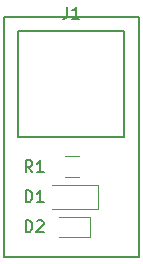
<source format=gbr>
G04 #@! TF.FileFunction,Legend,Top*
%FSLAX46Y46*%
G04 Gerber Fmt 4.6, Leading zero omitted, Abs format (unit mm)*
G04 Created by KiCad (PCBNEW 4.0.6-e0-6349~53~ubuntu16.04.1) date Mon Jul 31 18:49:38 2017*
%MOMM*%
%LPD*%
G01*
G04 APERTURE LIST*
%ADD10C,0.100000*%
%ADD11C,0.150000*%
%ADD12C,0.120000*%
G04 APERTURE END LIST*
D10*
D11*
X0Y18415000D02*
X0Y-1905000D01*
X11430000Y18415000D02*
X0Y18415000D01*
X11430000Y-1905000D02*
X11430000Y18415000D01*
X0Y-1905000D02*
X11430000Y-1905000D01*
D12*
X7965000Y2175000D02*
X7965000Y4175000D01*
X7965000Y4175000D02*
X4065000Y4175000D01*
X7965000Y2175000D02*
X4065000Y2175000D01*
X7215000Y-215000D02*
X7215000Y1485000D01*
X7215000Y1485000D02*
X4665000Y1485000D01*
X7215000Y-215000D02*
X4665000Y-215000D01*
D11*
X1175000Y8200000D02*
X1175000Y17200000D01*
X10175000Y8200000D02*
X1175000Y8200000D01*
X10175000Y17200000D02*
X10175000Y8200000D01*
X1175000Y17200000D02*
X10175000Y17200000D01*
D12*
X6315000Y4835000D02*
X5115000Y4835000D01*
X5115000Y6595000D02*
X6315000Y6595000D01*
D11*
X1801905Y2722619D02*
X1801905Y3722619D01*
X2040000Y3722619D01*
X2182858Y3675000D01*
X2278096Y3579762D01*
X2325715Y3484524D01*
X2373334Y3294048D01*
X2373334Y3151190D01*
X2325715Y2960714D01*
X2278096Y2865476D01*
X2182858Y2770238D01*
X2040000Y2722619D01*
X1801905Y2722619D01*
X3325715Y2722619D02*
X2754286Y2722619D01*
X3040000Y2722619D02*
X3040000Y3722619D01*
X2944762Y3579762D01*
X2849524Y3484524D01*
X2754286Y3436905D01*
X1801905Y182619D02*
X1801905Y1182619D01*
X2040000Y1182619D01*
X2182858Y1135000D01*
X2278096Y1039762D01*
X2325715Y944524D01*
X2373334Y754048D01*
X2373334Y611190D01*
X2325715Y420714D01*
X2278096Y325476D01*
X2182858Y230238D01*
X2040000Y182619D01*
X1801905Y182619D01*
X2754286Y1087381D02*
X2801905Y1135000D01*
X2897143Y1182619D01*
X3135239Y1182619D01*
X3230477Y1135000D01*
X3278096Y1087381D01*
X3325715Y992143D01*
X3325715Y896905D01*
X3278096Y754048D01*
X2706667Y182619D01*
X3325715Y182619D01*
X5341667Y19247619D02*
X5341667Y18533333D01*
X5294047Y18390476D01*
X5198809Y18295238D01*
X5055952Y18247619D01*
X4960714Y18247619D01*
X6341667Y18247619D02*
X5770238Y18247619D01*
X6055952Y18247619D02*
X6055952Y19247619D01*
X5960714Y19104762D01*
X5865476Y19009524D01*
X5770238Y18961905D01*
X2373334Y5262619D02*
X2040000Y5738810D01*
X1801905Y5262619D02*
X1801905Y6262619D01*
X2182858Y6262619D01*
X2278096Y6215000D01*
X2325715Y6167381D01*
X2373334Y6072143D01*
X2373334Y5929286D01*
X2325715Y5834048D01*
X2278096Y5786429D01*
X2182858Y5738810D01*
X1801905Y5738810D01*
X3325715Y5262619D02*
X2754286Y5262619D01*
X3040000Y5262619D02*
X3040000Y6262619D01*
X2944762Y6119762D01*
X2849524Y6024524D01*
X2754286Y5976905D01*
M02*

</source>
